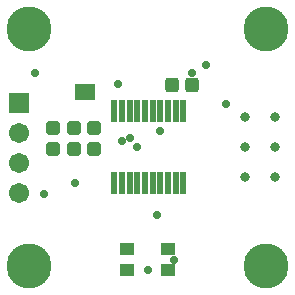
<source format=gts>
G04 Layer_Color=8388736*
%FSLAX44Y44*%
%MOMM*%
G71*
G01*
G75*
%ADD30R,0.8382X1.4732*%
%ADD31R,1.2192X1.0668*%
%ADD32R,0.6096X1.8542*%
G04:AMPARAMS|DCode=33|XSize=1.2032mm|YSize=1.1032mm|CornerRadius=0.2141mm|HoleSize=0mm|Usage=FLASHONLY|Rotation=0.000|XOffset=0mm|YOffset=0mm|HoleType=Round|Shape=RoundedRectangle|*
%AMROUNDEDRECTD33*
21,1,1.2032,0.6750,0,0,0.0*
21,1,0.7750,1.1032,0,0,0.0*
1,1,0.4282,0.3875,-0.3375*
1,1,0.4282,-0.3875,-0.3375*
1,1,0.4282,-0.3875,0.3375*
1,1,0.4282,0.3875,0.3375*
%
%ADD33ROUNDEDRECTD33*%
G04:AMPARAMS|DCode=34|XSize=1.2032mm|YSize=1.1032mm|CornerRadius=0.2141mm|HoleSize=0mm|Usage=FLASHONLY|Rotation=90.000|XOffset=0mm|YOffset=0mm|HoleType=Round|Shape=RoundedRectangle|*
%AMROUNDEDRECTD34*
21,1,1.2032,0.6750,0,0,90.0*
21,1,0.7750,1.1032,0,0,90.0*
1,1,0.4282,0.3375,0.3875*
1,1,0.4282,0.3375,-0.3875*
1,1,0.4282,-0.3375,-0.3875*
1,1,0.4282,-0.3375,0.3875*
%
%ADD34ROUNDEDRECTD34*%
%ADD35C,0.8032*%
%ADD36C,3.8032*%
%ADD37R,1.7032X1.7032*%
%ADD38C,1.7032*%
%ADD39C,0.7032*%
D30*
X-48428Y47000D02*
D03*
X-57500D02*
D03*
D31*
X17526Y-103750D02*
D03*
X-17500D02*
D03*
X17526Y-86110D02*
D03*
X-17500D02*
D03*
D32*
X-28250Y30734D02*
D03*
X-21750D02*
D03*
X-15250D02*
D03*
X-2250D02*
D03*
X-8750D02*
D03*
X4250D02*
D03*
X10802D02*
D03*
X17406D02*
D03*
X23756D02*
D03*
X30360D02*
D03*
X-28250Y-30500D02*
D03*
X-21750D02*
D03*
X-15250D02*
D03*
X-8750D02*
D03*
X-2250D02*
D03*
X4250D02*
D03*
X10802D02*
D03*
X17406D02*
D03*
X23756D02*
D03*
X30360D02*
D03*
D33*
X-80000Y16000D02*
D03*
Y-1000D02*
D03*
X-62500Y16000D02*
D03*
Y-1000D02*
D03*
X-45000Y16000D02*
D03*
Y-1000D02*
D03*
D34*
X37500Y53000D02*
D03*
X20500D02*
D03*
D35*
X108000Y25399D02*
D03*
X82600D02*
D03*
X108000Y-0D02*
D03*
X82600D02*
D03*
X108000Y-25401D02*
D03*
X82600D02*
D03*
D36*
X-100000Y-100000D02*
D03*
X100000D02*
D03*
Y100000D02*
D03*
X-100000D02*
D03*
D37*
X-109000Y38000D02*
D03*
D38*
Y12600D02*
D03*
Y-12800D02*
D03*
Y-38200D02*
D03*
D39*
X22066Y-95282D02*
D03*
X7842Y-57182D02*
D03*
X66262Y36544D02*
D03*
X49752Y69564D02*
D03*
X-8750Y476D02*
D03*
X10802Y14192D02*
D03*
X-21750Y5142D02*
D03*
X-15018Y8188D02*
D03*
X-61246Y-30258D02*
D03*
X37500Y63048D02*
D03*
X-95028Y62706D02*
D03*
X-24924Y53308D02*
D03*
X-87662Y-39656D02*
D03*
X0Y-104000D02*
D03*
M02*

</source>
